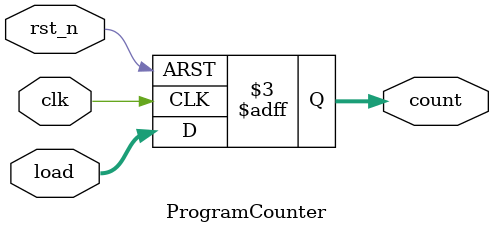
<source format=v>
module ProgramCounter
(
    clk,   // System clock
    rst_n, // All reset
    load,  // Next PC address
    count  // PC address for now
);
//*****************************************************************************
    // I/O port declaration
    input  wire          clk;   // System clock
    input  wire          rst_n;  // All reset
    input  wire [16-1:0] load;  // Next PC address
    output reg  [16-1:0] count; // PC address for now
//*****************************************************************************
// Block : PC data out
    always @(posedge clk or negedge rst_n) 
    begin
        if(~rst_n)
            count <= 16'd0;
        else
            count <= load;
    end
//*****************************************************************************
endmodule

</source>
